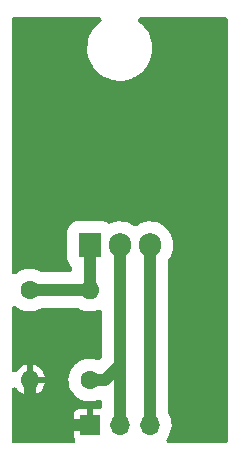
<source format=gbr>
G04 #@! TF.GenerationSoftware,KiCad,Pcbnew,(6.0.4)*
G04 #@! TF.CreationDate,2023-08-28T22:01:56+07:00*
G04 #@! TF.ProjectId,06-LM317,30362d4c-4d33-4313-972e-6b696361645f,rev?*
G04 #@! TF.SameCoordinates,Original*
G04 #@! TF.FileFunction,Copper,L2,Bot*
G04 #@! TF.FilePolarity,Positive*
%FSLAX46Y46*%
G04 Gerber Fmt 4.6, Leading zero omitted, Abs format (unit mm)*
G04 Created by KiCad (PCBNEW (6.0.4)) date 2023-08-28 22:01:56*
%MOMM*%
%LPD*%
G01*
G04 APERTURE LIST*
G04 #@! TA.AperFunction,ComponentPad*
%ADD10C,1.600000*%
G04 #@! TD*
G04 #@! TA.AperFunction,ComponentPad*
%ADD11O,1.600000X1.600000*%
G04 #@! TD*
G04 #@! TA.AperFunction,ComponentPad*
%ADD12R,1.700000X1.700000*%
G04 #@! TD*
G04 #@! TA.AperFunction,ComponentPad*
%ADD13O,1.700000X1.700000*%
G04 #@! TD*
G04 #@! TA.AperFunction,ComponentPad*
%ADD14R,1.905000X2.000000*%
G04 #@! TD*
G04 #@! TA.AperFunction,ComponentPad*
%ADD15O,1.905000X2.000000*%
G04 #@! TD*
G04 #@! TA.AperFunction,Conductor*
%ADD16C,1.000000*%
G04 #@! TD*
G04 APERTURE END LIST*
D10*
G04 #@! TO.P,R2,1*
G04 #@! TO.N,/ADJ*
X165100000Y-90170000D03*
D11*
G04 #@! TO.P,R2,2*
G04 #@! TO.N,GND*
X165100000Y-97790000D03*
G04 #@! TD*
D12*
G04 #@! TO.P,J1,1,Pin_1*
G04 #@! TO.N,GND*
X170180000Y-101600000D03*
D13*
G04 #@! TO.P,J1,2,Pin_2*
G04 #@! TO.N,VOUT*
X172720000Y-101600000D03*
G04 #@! TO.P,J1,3,Pin_3*
G04 #@! TO.N,VIN*
X175260000Y-101600000D03*
G04 #@! TD*
D14*
G04 #@! TO.P,U1,1,ADJ*
G04 #@! TO.N,/ADJ*
X170180000Y-86360000D03*
D15*
G04 #@! TO.P,U1,2,VO*
G04 #@! TO.N,VOUT*
X172720000Y-86360000D03*
G04 #@! TO.P,U1,3,VI*
G04 #@! TO.N,VIN*
X175260000Y-86360000D03*
G04 #@! TD*
D10*
G04 #@! TO.P,R1,1*
G04 #@! TO.N,VOUT*
X170180000Y-97790000D03*
D11*
G04 #@! TO.P,R1,2*
G04 #@! TO.N,/ADJ*
X170180000Y-90170000D03*
G04 #@! TD*
D16*
G04 #@! TO.N,VIN*
X175260000Y-101600000D02*
X175260000Y-86360000D01*
G04 #@! TO.N,GND*
X167640000Y-101600000D02*
X170180000Y-101600000D01*
X165100000Y-99060000D02*
X167640000Y-101600000D01*
X165100000Y-97790000D02*
X165100000Y-99060000D01*
G04 #@! TO.N,/ADJ*
X165100000Y-90170000D02*
X170180000Y-90170000D01*
X170180000Y-90170000D02*
X170180000Y-86360000D01*
G04 #@! TO.N,VOUT*
X171450000Y-97790000D02*
X172720000Y-96520000D01*
X172720000Y-96520000D02*
X172720000Y-86360000D01*
X170180000Y-97790000D02*
X171450000Y-97790000D01*
X172720000Y-101600000D02*
X172720000Y-96520000D01*
G04 #@! TD*
G04 #@! TA.AperFunction,NonConductor*
G36*
X163910319Y-91539423D02*
G01*
X163963101Y-91569135D01*
X164143205Y-91701192D01*
X164380039Y-91825797D01*
X164388898Y-91828891D01*
X164388901Y-91828892D01*
X164482132Y-91861449D01*
X164632690Y-91914026D01*
X164750832Y-91936456D01*
X164886381Y-91962192D01*
X164886387Y-91962193D01*
X164895606Y-91963943D01*
X164904986Y-91964312D01*
X164904990Y-91964312D01*
X165022064Y-91968911D01*
X165163013Y-91974449D01*
X165316430Y-91957647D01*
X165419706Y-91946337D01*
X165419710Y-91946336D01*
X165429035Y-91945315D01*
X165438101Y-91942928D01*
X165438107Y-91942927D01*
X165559623Y-91910934D01*
X165687829Y-91877180D01*
X165817599Y-91821427D01*
X165925089Y-91775246D01*
X165925091Y-91775245D01*
X165933710Y-91771542D01*
X165941687Y-91766605D01*
X165941692Y-91766603D01*
X166035810Y-91708361D01*
X166128274Y-91673790D01*
X166168942Y-91670500D01*
X169102853Y-91670500D01*
X169199672Y-91689758D01*
X169222921Y-91701732D01*
X169223205Y-91701192D01*
X169360003Y-91773165D01*
X169460039Y-91825797D01*
X169468898Y-91828891D01*
X169468901Y-91828892D01*
X169562132Y-91861449D01*
X169712690Y-91914026D01*
X169830832Y-91936456D01*
X169966381Y-91962192D01*
X169966387Y-91962193D01*
X169975606Y-91963943D01*
X169984986Y-91964312D01*
X169984990Y-91964312D01*
X170102064Y-91968911D01*
X170243013Y-91974449D01*
X170396430Y-91957647D01*
X170499706Y-91946337D01*
X170499710Y-91946336D01*
X170509035Y-91945315D01*
X170518101Y-91942928D01*
X170518107Y-91942927D01*
X170639623Y-91910934D01*
X170767829Y-91877180D01*
X170866630Y-91834732D01*
X170963189Y-91814208D01*
X171060252Y-91832197D01*
X171143041Y-91885962D01*
X171198954Y-91967316D01*
X171219500Y-92067186D01*
X171219500Y-95793676D01*
X171200242Y-95890495D01*
X171145398Y-95972574D01*
X171075816Y-96042156D01*
X170993737Y-96097000D01*
X170896918Y-96116258D01*
X170819791Y-96104215D01*
X170684930Y-96061045D01*
X170610439Y-96037200D01*
X170610434Y-96037199D01*
X170601497Y-96034338D01*
X170337364Y-95991322D01*
X170327981Y-95991199D01*
X170327979Y-95991199D01*
X170183555Y-95989309D01*
X170069774Y-95987819D01*
X169804605Y-96023907D01*
X169547683Y-96098792D01*
X169539165Y-96102719D01*
X169539162Y-96102720D01*
X169313176Y-96206901D01*
X169313172Y-96206903D01*
X169304652Y-96210831D01*
X169296808Y-96215974D01*
X169296804Y-96215976D01*
X169275207Y-96230136D01*
X169080851Y-96357562D01*
X169073853Y-96363808D01*
X169073849Y-96363811D01*
X169005834Y-96424517D01*
X168881197Y-96535760D01*
X168875194Y-96542978D01*
X168875191Y-96542981D01*
X168846434Y-96577558D01*
X168710075Y-96741512D01*
X168571244Y-96970298D01*
X168567618Y-96978945D01*
X168567617Y-96978947D01*
X168471385Y-97208433D01*
X168471383Y-97208440D01*
X168467755Y-97217091D01*
X168465444Y-97226192D01*
X168465443Y-97226194D01*
X168434818Y-97346780D01*
X168401881Y-97476470D01*
X168375070Y-97742736D01*
X168387909Y-98010041D01*
X168389739Y-98019239D01*
X168389739Y-98019242D01*
X168415743Y-98149969D01*
X168440118Y-98272512D01*
X168530549Y-98524383D01*
X168657215Y-98760121D01*
X168662836Y-98767648D01*
X168811719Y-98967027D01*
X168811723Y-98967031D01*
X168817335Y-98974547D01*
X169007390Y-99162950D01*
X169014959Y-99168499D01*
X169014965Y-99168505D01*
X169217587Y-99317074D01*
X169284279Y-99389854D01*
X169318041Y-99482617D01*
X169313736Y-99581239D01*
X169272016Y-99670705D01*
X169199236Y-99737397D01*
X169137722Y-99764303D01*
X168968857Y-99812724D01*
X168968854Y-99812725D01*
X168956530Y-99816259D01*
X168945169Y-99822198D01*
X168945165Y-99822200D01*
X168787766Y-99904487D01*
X168776404Y-99910427D01*
X168618891Y-100038891D01*
X168617174Y-100036785D01*
X168552137Y-100080242D01*
X168455318Y-100099500D01*
X168366324Y-100099500D01*
X168269505Y-100080242D01*
X168187426Y-100025398D01*
X166849488Y-98687461D01*
X166794645Y-98605382D01*
X166775386Y-98508563D01*
X166790644Y-98422031D01*
X166792805Y-98416093D01*
X166796661Y-98407534D01*
X166799207Y-98398505D01*
X166799210Y-98398498D01*
X166837338Y-98263304D01*
X166869302Y-98149969D01*
X166903075Y-97884495D01*
X166905549Y-97790000D01*
X166885717Y-97523123D01*
X166826655Y-97262109D01*
X166729662Y-97012691D01*
X166725008Y-97004548D01*
X166725005Y-97004542D01*
X166601527Y-96788501D01*
X166601525Y-96788498D01*
X166596868Y-96780350D01*
X166431190Y-96570189D01*
X166236269Y-96386825D01*
X166016385Y-96234286D01*
X165917788Y-96185663D01*
X165784788Y-96120075D01*
X165776371Y-96115924D01*
X165642800Y-96073167D01*
X165530439Y-96037200D01*
X165530434Y-96037199D01*
X165521497Y-96034338D01*
X165257364Y-95991322D01*
X165247981Y-95991199D01*
X165247979Y-95991199D01*
X165103555Y-95989309D01*
X164989774Y-95987819D01*
X164724605Y-96023907D01*
X164467683Y-96098792D01*
X164459165Y-96102719D01*
X164459162Y-96102720D01*
X164233176Y-96206901D01*
X164233172Y-96206903D01*
X164224652Y-96210831D01*
X164216808Y-96215974D01*
X164216804Y-96215976D01*
X164195207Y-96230136D01*
X164000851Y-96357562D01*
X163981970Y-96374414D01*
X163896914Y-96424517D01*
X163799159Y-96438256D01*
X163703587Y-96413541D01*
X163624749Y-96354133D01*
X163574646Y-96269077D01*
X163560500Y-96185663D01*
X163560500Y-91773165D01*
X163579758Y-91676346D01*
X163634602Y-91594267D01*
X163716681Y-91539423D01*
X163813500Y-91520165D01*
X163910319Y-91539423D01*
G37*
G04 #@! TD.AperFunction*
G04 #@! TA.AperFunction,NonConductor*
G36*
X163910319Y-100019582D02*
G01*
X163992398Y-100074426D01*
X164008566Y-100090594D01*
X164016794Y-100099219D01*
X164073154Y-100161158D01*
X164081300Y-100167591D01*
X164081305Y-100167596D01*
X164089958Y-100174430D01*
X164112052Y-100194080D01*
X166491016Y-102573044D01*
X166501312Y-102583970D01*
X166507849Y-102591333D01*
X166514083Y-102599636D01*
X166521588Y-102606808D01*
X166521589Y-102606809D01*
X166591435Y-102673555D01*
X166595540Y-102677568D01*
X166623218Y-102705246D01*
X166622402Y-102706062D01*
X166676446Y-102780162D01*
X166699665Y-102876109D01*
X166684399Y-102973637D01*
X166632973Y-103057899D01*
X166553216Y-103116068D01*
X166457269Y-103139287D01*
X166446878Y-103139500D01*
X163813500Y-103139500D01*
X163716681Y-103120242D01*
X163634602Y-103065398D01*
X163579758Y-102983319D01*
X163560500Y-102886500D01*
X163560500Y-100253324D01*
X163579758Y-100156505D01*
X163634602Y-100074426D01*
X163716681Y-100019582D01*
X163813500Y-100000324D01*
X163910319Y-100019582D01*
G37*
G04 #@! TD.AperFunction*
G04 #@! TA.AperFunction,NonConductor*
G36*
X171019005Y-67059758D02*
G01*
X171101084Y-67114602D01*
X171155928Y-67196681D01*
X171175186Y-67293500D01*
X171155928Y-67390319D01*
X171101084Y-67472398D01*
X171076728Y-67493814D01*
X170908585Y-67623536D01*
X170903162Y-67628875D01*
X170903158Y-67628878D01*
X170677678Y-67850843D01*
X170677672Y-67850849D01*
X170672244Y-67856193D01*
X170650287Y-67883747D01*
X170470310Y-68109604D01*
X170470306Y-68109609D01*
X170465566Y-68115558D01*
X170291545Y-68397874D01*
X170152700Y-68699051D01*
X170051043Y-69014728D01*
X169988047Y-69340332D01*
X169964624Y-69671145D01*
X169981114Y-70002376D01*
X170037277Y-70329227D01*
X170039458Y-70336520D01*
X170039459Y-70336524D01*
X170064548Y-70420414D01*
X170132300Y-70646964D01*
X170264807Y-70950983D01*
X170432879Y-71236882D01*
X170437497Y-71242933D01*
X170437501Y-71242939D01*
X170482208Y-71301519D01*
X170634080Y-71500518D01*
X170639395Y-71505974D01*
X170639401Y-71505981D01*
X170702190Y-71570435D01*
X170865496Y-71738073D01*
X170871426Y-71742850D01*
X170871430Y-71742853D01*
X170969871Y-71822143D01*
X171123775Y-71946107D01*
X171405176Y-72121604D01*
X171705623Y-72262024D01*
X172020763Y-72365332D01*
X172346032Y-72430032D01*
X172465425Y-72439114D01*
X172669113Y-72454609D01*
X172669121Y-72454609D01*
X172676718Y-72455187D01*
X172684332Y-72454848D01*
X172684339Y-72454848D01*
X172842375Y-72447809D01*
X173008031Y-72440432D01*
X173015544Y-72439182D01*
X173015549Y-72439181D01*
X173327656Y-72387232D01*
X173335172Y-72385981D01*
X173653401Y-72292622D01*
X173958111Y-72161709D01*
X174034097Y-72117573D01*
X174238292Y-71998967D01*
X174238298Y-71998963D01*
X174244885Y-71995137D01*
X174509572Y-71795319D01*
X174748335Y-71565150D01*
X174957718Y-71307964D01*
X175034699Y-71185956D01*
X175130618Y-71033935D01*
X175130622Y-71033927D01*
X175134687Y-71027485D01*
X175276678Y-70727778D01*
X175381635Y-70413183D01*
X175400327Y-70321720D01*
X175446512Y-70095717D01*
X175448037Y-70088257D01*
X175474923Y-69757707D01*
X175475527Y-69700000D01*
X175455570Y-69368960D01*
X175395987Y-69042715D01*
X175393726Y-69035432D01*
X175299902Y-68733271D01*
X175299899Y-68733264D01*
X175297641Y-68725991D01*
X175288818Y-68706311D01*
X175165074Y-68430324D01*
X175165072Y-68430320D01*
X175161958Y-68423375D01*
X175158036Y-68416860D01*
X175158032Y-68416853D01*
X174994835Y-68145785D01*
X174990902Y-68139252D01*
X174786951Y-67877737D01*
X174781587Y-67872345D01*
X174781581Y-67872338D01*
X174558435Y-67648021D01*
X174558433Y-67648019D01*
X174553060Y-67642618D01*
X174362237Y-67492185D01*
X174298126Y-67417121D01*
X174267622Y-67323237D01*
X174275367Y-67224825D01*
X174320183Y-67136869D01*
X174395247Y-67072758D01*
X174489131Y-67042254D01*
X174518868Y-67040500D01*
X181626500Y-67040500D01*
X181723319Y-67059758D01*
X181805398Y-67114602D01*
X181860242Y-67196681D01*
X181879500Y-67293500D01*
X181879500Y-102886500D01*
X181860242Y-102983319D01*
X181805398Y-103065398D01*
X181723319Y-103120242D01*
X181626500Y-103139500D01*
X176926643Y-103139500D01*
X176829824Y-103120242D01*
X176747745Y-103065398D01*
X176692901Y-102983319D01*
X176673643Y-102886500D01*
X176692901Y-102789681D01*
X176732974Y-102723709D01*
X176760910Y-102690475D01*
X176771463Y-102673555D01*
X176894856Y-102475700D01*
X176899586Y-102468116D01*
X177005547Y-102228436D01*
X177076681Y-101976216D01*
X177111566Y-101716491D01*
X177115227Y-101600000D01*
X177096719Y-101338596D01*
X177041563Y-101082408D01*
X176950860Y-100836547D01*
X176893014Y-100729340D01*
X176830667Y-100613790D01*
X176830663Y-100613784D01*
X176826420Y-100605920D01*
X176809993Y-100583679D01*
X176767962Y-100494362D01*
X176760500Y-100433368D01*
X176760500Y-87746629D01*
X176779758Y-87649810D01*
X176814815Y-87589999D01*
X176873873Y-87515084D01*
X176873878Y-87515077D01*
X176879415Y-87508053D01*
X177018328Y-87268896D01*
X177122158Y-87012552D01*
X177188833Y-86744135D01*
X177213000Y-86508266D01*
X177213000Y-86242039D01*
X177198455Y-86036617D01*
X177140244Y-85766238D01*
X177044518Y-85506759D01*
X176913185Y-85263357D01*
X176748867Y-85040888D01*
X176554841Y-84843791D01*
X176384040Y-84713439D01*
X176342099Y-84681430D01*
X176342096Y-84681428D01*
X176334981Y-84675998D01*
X176093671Y-84540859D01*
X175835728Y-84441068D01*
X175566297Y-84378617D01*
X175290755Y-84354753D01*
X175014599Y-84369950D01*
X174971027Y-84378617D01*
X174752115Y-84422161D01*
X174752110Y-84422162D01*
X174743339Y-84423907D01*
X174482389Y-84515547D01*
X174474456Y-84519668D01*
X174244894Y-84638915D01*
X174244889Y-84638918D01*
X174236954Y-84643040D01*
X174229674Y-84648242D01*
X174229668Y-84648246D01*
X174138439Y-84713439D01*
X174048469Y-84754062D01*
X173949802Y-84757163D01*
X173857460Y-84722269D01*
X173837862Y-84708724D01*
X173794981Y-84675998D01*
X173553671Y-84540859D01*
X173295728Y-84441068D01*
X173026297Y-84378617D01*
X172750755Y-84354753D01*
X172474599Y-84369950D01*
X172431027Y-84378617D01*
X172212115Y-84422161D01*
X172212110Y-84422162D01*
X172203339Y-84423907D01*
X171942389Y-84515547D01*
X171934458Y-84519667D01*
X171934446Y-84519672D01*
X171925425Y-84524358D01*
X171830629Y-84551897D01*
X171732509Y-84541062D01*
X171686714Y-84519245D01*
X171686096Y-84520427D01*
X171517335Y-84432200D01*
X171517331Y-84432198D01*
X171505970Y-84426259D01*
X171493646Y-84422725D01*
X171493643Y-84422724D01*
X171322163Y-84373553D01*
X171322159Y-84373552D01*
X171310587Y-84370234D01*
X171298597Y-84369164D01*
X171298592Y-84369163D01*
X171243754Y-84364269D01*
X171190316Y-84359500D01*
X169169684Y-84359500D01*
X169116246Y-84364269D01*
X169061408Y-84369163D01*
X169061403Y-84369164D01*
X169049413Y-84370234D01*
X169037841Y-84373552D01*
X169037837Y-84373553D01*
X168866357Y-84422724D01*
X168866354Y-84422725D01*
X168854030Y-84426259D01*
X168842669Y-84432198D01*
X168842665Y-84432200D01*
X168688906Y-84512584D01*
X168673904Y-84520427D01*
X168516391Y-84648891D01*
X168387927Y-84806404D01*
X168381987Y-84817766D01*
X168299700Y-84975165D01*
X168299698Y-84975169D01*
X168293759Y-84986530D01*
X168237734Y-85181913D01*
X168227000Y-85302184D01*
X168227000Y-87417816D01*
X168227501Y-87423425D01*
X168235054Y-87508053D01*
X168237734Y-87538087D01*
X168293759Y-87733470D01*
X168299698Y-87744831D01*
X168299700Y-87744835D01*
X168300638Y-87746629D01*
X168387927Y-87913596D01*
X168516391Y-88071109D01*
X168526325Y-88079211D01*
X168586403Y-88128209D01*
X168649260Y-88204325D01*
X168678205Y-88298702D01*
X168679500Y-88324270D01*
X168679500Y-88416500D01*
X168660242Y-88513319D01*
X168605398Y-88595398D01*
X168523319Y-88650242D01*
X168426500Y-88669500D01*
X166175140Y-88669500D01*
X166078321Y-88650242D01*
X166030930Y-88624376D01*
X166024096Y-88619635D01*
X166024093Y-88619633D01*
X166016385Y-88614286D01*
X165917788Y-88565663D01*
X165900597Y-88557186D01*
X165776371Y-88495924D01*
X165642800Y-88453167D01*
X165530439Y-88417200D01*
X165530434Y-88417199D01*
X165521497Y-88414338D01*
X165257364Y-88371322D01*
X165247981Y-88371199D01*
X165247979Y-88371199D01*
X165103555Y-88369309D01*
X164989774Y-88367819D01*
X164724605Y-88403907D01*
X164467683Y-88478792D01*
X164459165Y-88482719D01*
X164459162Y-88482720D01*
X164233176Y-88586901D01*
X164233172Y-88586903D01*
X164224652Y-88590831D01*
X164216808Y-88595974D01*
X164216804Y-88595976D01*
X164104662Y-88669500D01*
X164000851Y-88737562D01*
X163981970Y-88754414D01*
X163896914Y-88804517D01*
X163799159Y-88818256D01*
X163703587Y-88793541D01*
X163624749Y-88734133D01*
X163574646Y-88649077D01*
X163560500Y-88565663D01*
X163560500Y-67293500D01*
X163579758Y-67196681D01*
X163634602Y-67114602D01*
X163716681Y-67059758D01*
X163813500Y-67040500D01*
X170922186Y-67040500D01*
X171019005Y-67059758D01*
G37*
G04 #@! TD.AperFunction*
G04 #@! TA.AperFunction,Conductor*
G04 #@! TO.N,GND*
G36*
X163910319Y-91539423D02*
G01*
X163963101Y-91569135D01*
X164143205Y-91701192D01*
X164380039Y-91825797D01*
X164388898Y-91828891D01*
X164388901Y-91828892D01*
X164482132Y-91861449D01*
X164632690Y-91914026D01*
X164750832Y-91936456D01*
X164886381Y-91962192D01*
X164886387Y-91962193D01*
X164895606Y-91963943D01*
X164904986Y-91964312D01*
X164904990Y-91964312D01*
X165022064Y-91968911D01*
X165163013Y-91974449D01*
X165316430Y-91957647D01*
X165419706Y-91946337D01*
X165419710Y-91946336D01*
X165429035Y-91945315D01*
X165438101Y-91942928D01*
X165438107Y-91942927D01*
X165559623Y-91910934D01*
X165687829Y-91877180D01*
X165817599Y-91821427D01*
X165925089Y-91775246D01*
X165925091Y-91775245D01*
X165933710Y-91771542D01*
X165941687Y-91766605D01*
X165941692Y-91766603D01*
X166035810Y-91708361D01*
X166128274Y-91673790D01*
X166168942Y-91670500D01*
X169102853Y-91670500D01*
X169199672Y-91689758D01*
X169222921Y-91701732D01*
X169223205Y-91701192D01*
X169360003Y-91773165D01*
X169460039Y-91825797D01*
X169468898Y-91828891D01*
X169468901Y-91828892D01*
X169562132Y-91861449D01*
X169712690Y-91914026D01*
X169830832Y-91936456D01*
X169966381Y-91962192D01*
X169966387Y-91962193D01*
X169975606Y-91963943D01*
X169984986Y-91964312D01*
X169984990Y-91964312D01*
X170102064Y-91968911D01*
X170243013Y-91974449D01*
X170396430Y-91957647D01*
X170499706Y-91946337D01*
X170499710Y-91946336D01*
X170509035Y-91945315D01*
X170518101Y-91942928D01*
X170518107Y-91942927D01*
X170639623Y-91910934D01*
X170767829Y-91877180D01*
X170866630Y-91834732D01*
X170963189Y-91814208D01*
X171060252Y-91832197D01*
X171143041Y-91885962D01*
X171198954Y-91967316D01*
X171219500Y-92067186D01*
X171219500Y-95793676D01*
X171200242Y-95890495D01*
X171145398Y-95972574D01*
X171075816Y-96042156D01*
X170993737Y-96097000D01*
X170896918Y-96116258D01*
X170819791Y-96104215D01*
X170684930Y-96061045D01*
X170610439Y-96037200D01*
X170610434Y-96037199D01*
X170601497Y-96034338D01*
X170337364Y-95991322D01*
X170327981Y-95991199D01*
X170327979Y-95991199D01*
X170183555Y-95989309D01*
X170069774Y-95987819D01*
X169804605Y-96023907D01*
X169547683Y-96098792D01*
X169539165Y-96102719D01*
X169539162Y-96102720D01*
X169313176Y-96206901D01*
X169313172Y-96206903D01*
X169304652Y-96210831D01*
X169296808Y-96215974D01*
X169296804Y-96215976D01*
X169112891Y-96336555D01*
X169080851Y-96357562D01*
X169073853Y-96363808D01*
X169073849Y-96363811D01*
X168957727Y-96467454D01*
X168881197Y-96535760D01*
X168875194Y-96542978D01*
X168875191Y-96542981D01*
X168860327Y-96560853D01*
X168710075Y-96741512D01*
X168571244Y-96970298D01*
X168567618Y-96978945D01*
X168567617Y-96978947D01*
X168471385Y-97208433D01*
X168471383Y-97208440D01*
X168467755Y-97217091D01*
X168401881Y-97476470D01*
X168400941Y-97485810D01*
X168400940Y-97485813D01*
X168396303Y-97531866D01*
X168375070Y-97742736D01*
X168387909Y-98010041D01*
X168389739Y-98019239D01*
X168389739Y-98019242D01*
X168399452Y-98068069D01*
X168440118Y-98272512D01*
X168530549Y-98524383D01*
X168657215Y-98760121D01*
X168662836Y-98767648D01*
X168811719Y-98967027D01*
X168811723Y-98967031D01*
X168817335Y-98974547D01*
X169007390Y-99162950D01*
X169223205Y-99321192D01*
X169460039Y-99445797D01*
X169468898Y-99448891D01*
X169468901Y-99448892D01*
X169562132Y-99481449D01*
X169712690Y-99534026D01*
X169830832Y-99556456D01*
X169966381Y-99582192D01*
X169966387Y-99582193D01*
X169975606Y-99583943D01*
X169984986Y-99584312D01*
X169984990Y-99584312D01*
X170102064Y-99588911D01*
X170243013Y-99594449D01*
X170396430Y-99577647D01*
X170499706Y-99566337D01*
X170499710Y-99566336D01*
X170509035Y-99565315D01*
X170518101Y-99562928D01*
X170518107Y-99562927D01*
X170639623Y-99530934D01*
X170767829Y-99497180D01*
X170866630Y-99454732D01*
X170963189Y-99434208D01*
X171060252Y-99452197D01*
X171143041Y-99505962D01*
X171198954Y-99587316D01*
X171219500Y-99687186D01*
X171219500Y-99989000D01*
X171200242Y-100085819D01*
X171145398Y-100167898D01*
X171063319Y-100222742D01*
X170966500Y-100242000D01*
X170458918Y-100242000D01*
X170438134Y-100246134D01*
X170434000Y-100266918D01*
X170434000Y-101601000D01*
X170414742Y-101697819D01*
X170359898Y-101779898D01*
X170277819Y-101834742D01*
X170181000Y-101854000D01*
X168846919Y-101854000D01*
X168826135Y-101858134D01*
X168822001Y-101878918D01*
X168822001Y-102491245D01*
X168822740Y-102504888D01*
X168827035Y-102544436D01*
X168834318Y-102575064D01*
X168873501Y-102679585D01*
X168890635Y-102710881D01*
X168908539Y-102734770D01*
X168951192Y-102823795D01*
X168956531Y-102922366D01*
X168923741Y-103015477D01*
X168857816Y-103088953D01*
X168768791Y-103131606D01*
X168706086Y-103139500D01*
X163813500Y-103139500D01*
X163716681Y-103120242D01*
X163634602Y-103065398D01*
X163579758Y-102983319D01*
X163560500Y-102886500D01*
X163560500Y-101321082D01*
X168822000Y-101321082D01*
X168826134Y-101341866D01*
X168846918Y-101346000D01*
X169901082Y-101346000D01*
X169921866Y-101341866D01*
X169926000Y-101321082D01*
X169926000Y-100266919D01*
X169921866Y-100246135D01*
X169901082Y-100242001D01*
X169288755Y-100242001D01*
X169275112Y-100242740D01*
X169235564Y-100247035D01*
X169204936Y-100254318D01*
X169100415Y-100293501D01*
X169069115Y-100310637D01*
X168981521Y-100376285D01*
X168956285Y-100401521D01*
X168890637Y-100489115D01*
X168873501Y-100520415D01*
X168834318Y-100624936D01*
X168827034Y-100655566D01*
X168822740Y-100695095D01*
X168822000Y-100708764D01*
X168822000Y-101321082D01*
X163560500Y-101321082D01*
X163560500Y-98674207D01*
X163579758Y-98577388D01*
X163634602Y-98495309D01*
X163716681Y-98440465D01*
X163813500Y-98421207D01*
X163910319Y-98440465D01*
X163992398Y-98495309D01*
X164020745Y-98529092D01*
X164087851Y-98624930D01*
X164101997Y-98641788D01*
X164248212Y-98788003D01*
X164265070Y-98802149D01*
X164434453Y-98920752D01*
X164453510Y-98931755D01*
X164640923Y-99019147D01*
X164661597Y-99026671D01*
X164821931Y-99069633D01*
X164843076Y-99071019D01*
X164844996Y-99067125D01*
X164846000Y-99059502D01*
X164846000Y-99051164D01*
X165354000Y-99051164D01*
X165358134Y-99071948D01*
X165362391Y-99072794D01*
X165370016Y-99071791D01*
X165538403Y-99026671D01*
X165559077Y-99019147D01*
X165746490Y-98931755D01*
X165765547Y-98920752D01*
X165934930Y-98802149D01*
X165951788Y-98788003D01*
X166098003Y-98641788D01*
X166112149Y-98624930D01*
X166230752Y-98455547D01*
X166241755Y-98436490D01*
X166329147Y-98249077D01*
X166336671Y-98228403D01*
X166379633Y-98068069D01*
X166381019Y-98046924D01*
X166377125Y-98045004D01*
X166369502Y-98044000D01*
X165378918Y-98044000D01*
X165358134Y-98048134D01*
X165354000Y-98068918D01*
X165354000Y-99051164D01*
X164846000Y-99051164D01*
X164846000Y-97511082D01*
X165354000Y-97511082D01*
X165358134Y-97531866D01*
X165378918Y-97536000D01*
X166361164Y-97536000D01*
X166381948Y-97531866D01*
X166382794Y-97527609D01*
X166381791Y-97519984D01*
X166336671Y-97351597D01*
X166329147Y-97330923D01*
X166241755Y-97143510D01*
X166230752Y-97124453D01*
X166112149Y-96955070D01*
X166098003Y-96938212D01*
X165951788Y-96791997D01*
X165934930Y-96777851D01*
X165765547Y-96659248D01*
X165746490Y-96648245D01*
X165559077Y-96560853D01*
X165538403Y-96553329D01*
X165378069Y-96510367D01*
X165356924Y-96508981D01*
X165355004Y-96512875D01*
X165354000Y-96520498D01*
X165354000Y-97511082D01*
X164846000Y-97511082D01*
X164846000Y-96528836D01*
X164841866Y-96508052D01*
X164837609Y-96507206D01*
X164829984Y-96508209D01*
X164661597Y-96553329D01*
X164640923Y-96560853D01*
X164453510Y-96648245D01*
X164434453Y-96659248D01*
X164265070Y-96777851D01*
X164248212Y-96791997D01*
X164101997Y-96938212D01*
X164087851Y-96955070D01*
X164020745Y-97050908D01*
X163949437Y-97119171D01*
X163857433Y-97154949D01*
X163758741Y-97152796D01*
X163668385Y-97113038D01*
X163600122Y-97041730D01*
X163564344Y-96949726D01*
X163560500Y-96905793D01*
X163560500Y-91773165D01*
X163579758Y-91676346D01*
X163634602Y-91594267D01*
X163716681Y-91539423D01*
X163813500Y-91520165D01*
X163910319Y-91539423D01*
G37*
G04 #@! TD.AperFunction*
G04 #@! TD*
M02*

</source>
